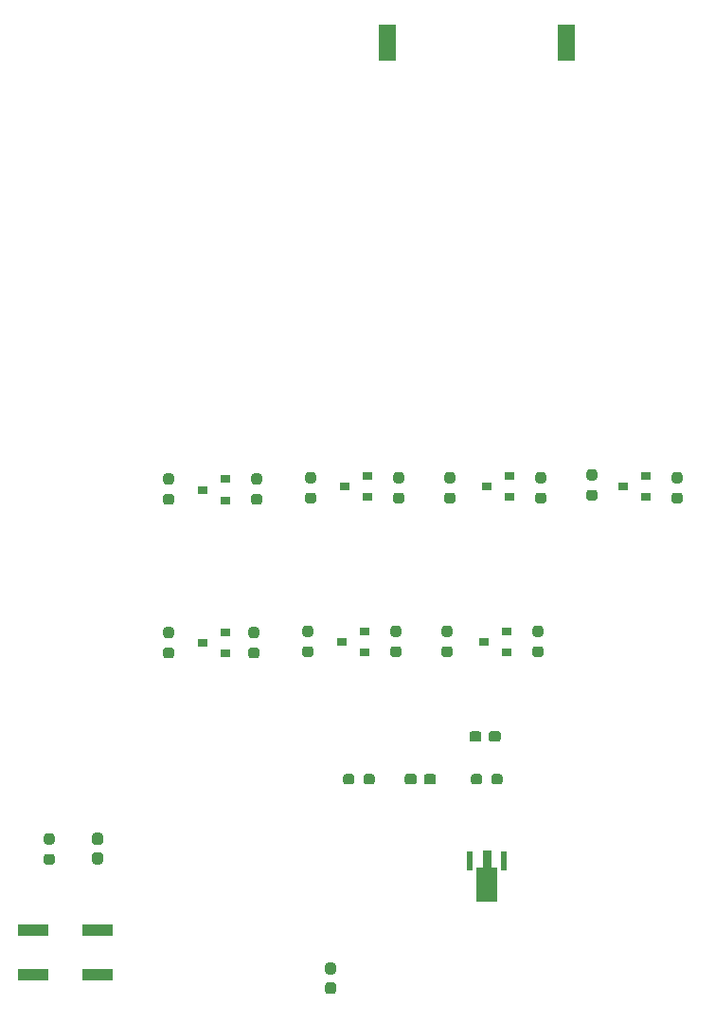
<source format=gbr>
%TF.GenerationSoftware,KiCad,Pcbnew,(5.1.10)-1*%
%TF.CreationDate,2021-06-24T19:27:42+08:00*%
%TF.ProjectId,hoperf_arduino,686f7065-7266-45f6-9172-6475696e6f2e,rev?*%
%TF.SameCoordinates,Original*%
%TF.FileFunction,Paste,Top*%
%TF.FilePolarity,Positive*%
%FSLAX46Y46*%
G04 Gerber Fmt 4.6, Leading zero omitted, Abs format (unit mm)*
G04 Created by KiCad (PCBNEW (5.1.10)-1) date 2021-06-24 19:27:42*
%MOMM*%
%LPD*%
G01*
G04 APERTURE LIST*
%ADD10C,0.100000*%
%ADD11R,0.580000X1.730000*%
%ADD12R,2.800000X1.000000*%
%ADD13R,0.900000X0.800000*%
%ADD14R,1.524000X3.302000*%
G04 APERTURE END LIST*
D10*
%TO.C,U1*%
G36*
X124763500Y-131080000D02*
G01*
X125350000Y-131080000D01*
X125350000Y-129580000D01*
X126110000Y-129580000D01*
X126110000Y-131080000D01*
X126696500Y-131080000D01*
X126696500Y-134109999D01*
X124763500Y-134109999D01*
X124763500Y-131080000D01*
G37*
D11*
X124230000Y-130445000D03*
X127230000Y-130445000D03*
%TD*%
D12*
%TO.C,SW1*%
X85132000Y-136652000D03*
X90932000Y-136652000D03*
X85132000Y-140652000D03*
X90932000Y-140652000D03*
%TD*%
%TO.C,R24*%
G36*
G01*
X126155000Y-123427500D02*
X126155000Y-122952500D01*
G75*
G02*
X126392500Y-122715000I237500J0D01*
G01*
X126892500Y-122715000D01*
G75*
G02*
X127130000Y-122952500I0J-237500D01*
G01*
X127130000Y-123427500D01*
G75*
G02*
X126892500Y-123665000I-237500J0D01*
G01*
X126392500Y-123665000D01*
G75*
G02*
X126155000Y-123427500I0J237500D01*
G01*
G37*
G36*
G01*
X124330000Y-123427500D02*
X124330000Y-122952500D01*
G75*
G02*
X124567500Y-122715000I237500J0D01*
G01*
X125067500Y-122715000D01*
G75*
G02*
X125305000Y-122952500I0J-237500D01*
G01*
X125305000Y-123427500D01*
G75*
G02*
X125067500Y-123665000I-237500J0D01*
G01*
X124567500Y-123665000D01*
G75*
G02*
X124330000Y-123427500I0J237500D01*
G01*
G37*
%TD*%
%TO.C,R15*%
G36*
G01*
X130539500Y-110469000D02*
X130064500Y-110469000D01*
G75*
G02*
X129827000Y-110231500I0J237500D01*
G01*
X129827000Y-109731500D01*
G75*
G02*
X130064500Y-109494000I237500J0D01*
G01*
X130539500Y-109494000D01*
G75*
G02*
X130777000Y-109731500I0J-237500D01*
G01*
X130777000Y-110231500D01*
G75*
G02*
X130539500Y-110469000I-237500J0D01*
G01*
G37*
G36*
G01*
X130539500Y-112294000D02*
X130064500Y-112294000D01*
G75*
G02*
X129827000Y-112056500I0J237500D01*
G01*
X129827000Y-111556500D01*
G75*
G02*
X130064500Y-111319000I237500J0D01*
G01*
X130539500Y-111319000D01*
G75*
G02*
X130777000Y-111556500I0J-237500D01*
G01*
X130777000Y-112056500D01*
G75*
G02*
X130539500Y-112294000I-237500J0D01*
G01*
G37*
%TD*%
%TO.C,R14*%
G36*
G01*
X122411500Y-110469000D02*
X121936500Y-110469000D01*
G75*
G02*
X121699000Y-110231500I0J237500D01*
G01*
X121699000Y-109731500D01*
G75*
G02*
X121936500Y-109494000I237500J0D01*
G01*
X122411500Y-109494000D01*
G75*
G02*
X122649000Y-109731500I0J-237500D01*
G01*
X122649000Y-110231500D01*
G75*
G02*
X122411500Y-110469000I-237500J0D01*
G01*
G37*
G36*
G01*
X122411500Y-112294000D02*
X121936500Y-112294000D01*
G75*
G02*
X121699000Y-112056500I0J237500D01*
G01*
X121699000Y-111556500D01*
G75*
G02*
X121936500Y-111319000I237500J0D01*
G01*
X122411500Y-111319000D01*
G75*
G02*
X122649000Y-111556500I0J-237500D01*
G01*
X122649000Y-112056500D01*
G75*
G02*
X122411500Y-112294000I-237500J0D01*
G01*
G37*
%TD*%
%TO.C,R13*%
G36*
G01*
X117839500Y-110469000D02*
X117364500Y-110469000D01*
G75*
G02*
X117127000Y-110231500I0J237500D01*
G01*
X117127000Y-109731500D01*
G75*
G02*
X117364500Y-109494000I237500J0D01*
G01*
X117839500Y-109494000D01*
G75*
G02*
X118077000Y-109731500I0J-237500D01*
G01*
X118077000Y-110231500D01*
G75*
G02*
X117839500Y-110469000I-237500J0D01*
G01*
G37*
G36*
G01*
X117839500Y-112294000D02*
X117364500Y-112294000D01*
G75*
G02*
X117127000Y-112056500I0J237500D01*
G01*
X117127000Y-111556500D01*
G75*
G02*
X117364500Y-111319000I237500J0D01*
G01*
X117839500Y-111319000D01*
G75*
G02*
X118077000Y-111556500I0J-237500D01*
G01*
X118077000Y-112056500D01*
G75*
G02*
X117839500Y-112294000I-237500J0D01*
G01*
G37*
%TD*%
%TO.C,R12*%
G36*
G01*
X109965500Y-110469000D02*
X109490500Y-110469000D01*
G75*
G02*
X109253000Y-110231500I0J237500D01*
G01*
X109253000Y-109731500D01*
G75*
G02*
X109490500Y-109494000I237500J0D01*
G01*
X109965500Y-109494000D01*
G75*
G02*
X110203000Y-109731500I0J-237500D01*
G01*
X110203000Y-110231500D01*
G75*
G02*
X109965500Y-110469000I-237500J0D01*
G01*
G37*
G36*
G01*
X109965500Y-112294000D02*
X109490500Y-112294000D01*
G75*
G02*
X109253000Y-112056500I0J237500D01*
G01*
X109253000Y-111556500D01*
G75*
G02*
X109490500Y-111319000I237500J0D01*
G01*
X109965500Y-111319000D01*
G75*
G02*
X110203000Y-111556500I0J-237500D01*
G01*
X110203000Y-112056500D01*
G75*
G02*
X109965500Y-112294000I-237500J0D01*
G01*
G37*
%TD*%
%TO.C,R11*%
G36*
G01*
X105139500Y-110573000D02*
X104664500Y-110573000D01*
G75*
G02*
X104427000Y-110335500I0J237500D01*
G01*
X104427000Y-109835500D01*
G75*
G02*
X104664500Y-109598000I237500J0D01*
G01*
X105139500Y-109598000D01*
G75*
G02*
X105377000Y-109835500I0J-237500D01*
G01*
X105377000Y-110335500D01*
G75*
G02*
X105139500Y-110573000I-237500J0D01*
G01*
G37*
G36*
G01*
X105139500Y-112398000D02*
X104664500Y-112398000D01*
G75*
G02*
X104427000Y-112160500I0J237500D01*
G01*
X104427000Y-111660500D01*
G75*
G02*
X104664500Y-111423000I237500J0D01*
G01*
X105139500Y-111423000D01*
G75*
G02*
X105377000Y-111660500I0J-237500D01*
G01*
X105377000Y-112160500D01*
G75*
G02*
X105139500Y-112398000I-237500J0D01*
G01*
G37*
%TD*%
%TO.C,R10*%
G36*
G01*
X97519500Y-110573000D02*
X97044500Y-110573000D01*
G75*
G02*
X96807000Y-110335500I0J237500D01*
G01*
X96807000Y-109835500D01*
G75*
G02*
X97044500Y-109598000I237500J0D01*
G01*
X97519500Y-109598000D01*
G75*
G02*
X97757000Y-109835500I0J-237500D01*
G01*
X97757000Y-110335500D01*
G75*
G02*
X97519500Y-110573000I-237500J0D01*
G01*
G37*
G36*
G01*
X97519500Y-112398000D02*
X97044500Y-112398000D01*
G75*
G02*
X96807000Y-112160500I0J237500D01*
G01*
X96807000Y-111660500D01*
G75*
G02*
X97044500Y-111423000I237500J0D01*
G01*
X97519500Y-111423000D01*
G75*
G02*
X97757000Y-111660500I0J-237500D01*
G01*
X97757000Y-112160500D01*
G75*
G02*
X97519500Y-112398000I-237500J0D01*
G01*
G37*
%TD*%
%TO.C,R9*%
G36*
G01*
X105393500Y-96857000D02*
X104918500Y-96857000D01*
G75*
G02*
X104681000Y-96619500I0J237500D01*
G01*
X104681000Y-96119500D01*
G75*
G02*
X104918500Y-95882000I237500J0D01*
G01*
X105393500Y-95882000D01*
G75*
G02*
X105631000Y-96119500I0J-237500D01*
G01*
X105631000Y-96619500D01*
G75*
G02*
X105393500Y-96857000I-237500J0D01*
G01*
G37*
G36*
G01*
X105393500Y-98682000D02*
X104918500Y-98682000D01*
G75*
G02*
X104681000Y-98444500I0J237500D01*
G01*
X104681000Y-97944500D01*
G75*
G02*
X104918500Y-97707000I237500J0D01*
G01*
X105393500Y-97707000D01*
G75*
G02*
X105631000Y-97944500I0J-237500D01*
G01*
X105631000Y-98444500D01*
G75*
G02*
X105393500Y-98682000I-237500J0D01*
G01*
G37*
%TD*%
%TO.C,R8*%
G36*
G01*
X97519500Y-96857000D02*
X97044500Y-96857000D01*
G75*
G02*
X96807000Y-96619500I0J237500D01*
G01*
X96807000Y-96119500D01*
G75*
G02*
X97044500Y-95882000I237500J0D01*
G01*
X97519500Y-95882000D01*
G75*
G02*
X97757000Y-96119500I0J-237500D01*
G01*
X97757000Y-96619500D01*
G75*
G02*
X97519500Y-96857000I-237500J0D01*
G01*
G37*
G36*
G01*
X97519500Y-98682000D02*
X97044500Y-98682000D01*
G75*
G02*
X96807000Y-98444500I0J237500D01*
G01*
X96807000Y-97944500D01*
G75*
G02*
X97044500Y-97707000I237500J0D01*
G01*
X97519500Y-97707000D01*
G75*
G02*
X97757000Y-97944500I0J-237500D01*
G01*
X97757000Y-98444500D01*
G75*
G02*
X97519500Y-98682000I-237500J0D01*
G01*
G37*
%TD*%
%TO.C,R7*%
G36*
G01*
X142985500Y-96753500D02*
X142510500Y-96753500D01*
G75*
G02*
X142273000Y-96516000I0J237500D01*
G01*
X142273000Y-96016000D01*
G75*
G02*
X142510500Y-95778500I237500J0D01*
G01*
X142985500Y-95778500D01*
G75*
G02*
X143223000Y-96016000I0J-237500D01*
G01*
X143223000Y-96516000D01*
G75*
G02*
X142985500Y-96753500I-237500J0D01*
G01*
G37*
G36*
G01*
X142985500Y-98578500D02*
X142510500Y-98578500D01*
G75*
G02*
X142273000Y-98341000I0J237500D01*
G01*
X142273000Y-97841000D01*
G75*
G02*
X142510500Y-97603500I237500J0D01*
G01*
X142985500Y-97603500D01*
G75*
G02*
X143223000Y-97841000I0J-237500D01*
G01*
X143223000Y-98341000D01*
G75*
G02*
X142985500Y-98578500I-237500J0D01*
G01*
G37*
%TD*%
%TO.C,R6*%
G36*
G01*
X135365500Y-96499500D02*
X134890500Y-96499500D01*
G75*
G02*
X134653000Y-96262000I0J237500D01*
G01*
X134653000Y-95762000D01*
G75*
G02*
X134890500Y-95524500I237500J0D01*
G01*
X135365500Y-95524500D01*
G75*
G02*
X135603000Y-95762000I0J-237500D01*
G01*
X135603000Y-96262000D01*
G75*
G02*
X135365500Y-96499500I-237500J0D01*
G01*
G37*
G36*
G01*
X135365500Y-98324500D02*
X134890500Y-98324500D01*
G75*
G02*
X134653000Y-98087000I0J237500D01*
G01*
X134653000Y-97587000D01*
G75*
G02*
X134890500Y-97349500I237500J0D01*
G01*
X135365500Y-97349500D01*
G75*
G02*
X135603000Y-97587000I0J-237500D01*
G01*
X135603000Y-98087000D01*
G75*
G02*
X135365500Y-98324500I-237500J0D01*
G01*
G37*
%TD*%
%TO.C,R5*%
G36*
G01*
X130793500Y-96753500D02*
X130318500Y-96753500D01*
G75*
G02*
X130081000Y-96516000I0J237500D01*
G01*
X130081000Y-96016000D01*
G75*
G02*
X130318500Y-95778500I237500J0D01*
G01*
X130793500Y-95778500D01*
G75*
G02*
X131031000Y-96016000I0J-237500D01*
G01*
X131031000Y-96516000D01*
G75*
G02*
X130793500Y-96753500I-237500J0D01*
G01*
G37*
G36*
G01*
X130793500Y-98578500D02*
X130318500Y-98578500D01*
G75*
G02*
X130081000Y-98341000I0J237500D01*
G01*
X130081000Y-97841000D01*
G75*
G02*
X130318500Y-97603500I237500J0D01*
G01*
X130793500Y-97603500D01*
G75*
G02*
X131031000Y-97841000I0J-237500D01*
G01*
X131031000Y-98341000D01*
G75*
G02*
X130793500Y-98578500I-237500J0D01*
G01*
G37*
%TD*%
%TO.C,R4*%
G36*
G01*
X122665500Y-96753500D02*
X122190500Y-96753500D01*
G75*
G02*
X121953000Y-96516000I0J237500D01*
G01*
X121953000Y-96016000D01*
G75*
G02*
X122190500Y-95778500I237500J0D01*
G01*
X122665500Y-95778500D01*
G75*
G02*
X122903000Y-96016000I0J-237500D01*
G01*
X122903000Y-96516000D01*
G75*
G02*
X122665500Y-96753500I-237500J0D01*
G01*
G37*
G36*
G01*
X122665500Y-98578500D02*
X122190500Y-98578500D01*
G75*
G02*
X121953000Y-98341000I0J237500D01*
G01*
X121953000Y-97841000D01*
G75*
G02*
X122190500Y-97603500I237500J0D01*
G01*
X122665500Y-97603500D01*
G75*
G02*
X122903000Y-97841000I0J-237500D01*
G01*
X122903000Y-98341000D01*
G75*
G02*
X122665500Y-98578500I-237500J0D01*
G01*
G37*
%TD*%
%TO.C,R3*%
G36*
G01*
X118093500Y-96753500D02*
X117618500Y-96753500D01*
G75*
G02*
X117381000Y-96516000I0J237500D01*
G01*
X117381000Y-96016000D01*
G75*
G02*
X117618500Y-95778500I237500J0D01*
G01*
X118093500Y-95778500D01*
G75*
G02*
X118331000Y-96016000I0J-237500D01*
G01*
X118331000Y-96516000D01*
G75*
G02*
X118093500Y-96753500I-237500J0D01*
G01*
G37*
G36*
G01*
X118093500Y-98578500D02*
X117618500Y-98578500D01*
G75*
G02*
X117381000Y-98341000I0J237500D01*
G01*
X117381000Y-97841000D01*
G75*
G02*
X117618500Y-97603500I237500J0D01*
G01*
X118093500Y-97603500D01*
G75*
G02*
X118331000Y-97841000I0J-237500D01*
G01*
X118331000Y-98341000D01*
G75*
G02*
X118093500Y-98578500I-237500J0D01*
G01*
G37*
%TD*%
%TO.C,R2*%
G36*
G01*
X110219500Y-96753500D02*
X109744500Y-96753500D01*
G75*
G02*
X109507000Y-96516000I0J237500D01*
G01*
X109507000Y-96016000D01*
G75*
G02*
X109744500Y-95778500I237500J0D01*
G01*
X110219500Y-95778500D01*
G75*
G02*
X110457000Y-96016000I0J-237500D01*
G01*
X110457000Y-96516000D01*
G75*
G02*
X110219500Y-96753500I-237500J0D01*
G01*
G37*
G36*
G01*
X110219500Y-98578500D02*
X109744500Y-98578500D01*
G75*
G02*
X109507000Y-98341000I0J237500D01*
G01*
X109507000Y-97841000D01*
G75*
G02*
X109744500Y-97603500I237500J0D01*
G01*
X110219500Y-97603500D01*
G75*
G02*
X110457000Y-97841000I0J-237500D01*
G01*
X110457000Y-98341000D01*
G75*
G02*
X110219500Y-98578500I-237500J0D01*
G01*
G37*
%TD*%
%TO.C,R1*%
G36*
G01*
X86851500Y-129011000D02*
X86376500Y-129011000D01*
G75*
G02*
X86139000Y-128773500I0J237500D01*
G01*
X86139000Y-128273500D01*
G75*
G02*
X86376500Y-128036000I237500J0D01*
G01*
X86851500Y-128036000D01*
G75*
G02*
X87089000Y-128273500I0J-237500D01*
G01*
X87089000Y-128773500D01*
G75*
G02*
X86851500Y-129011000I-237500J0D01*
G01*
G37*
G36*
G01*
X86851500Y-130836000D02*
X86376500Y-130836000D01*
G75*
G02*
X86139000Y-130598500I0J237500D01*
G01*
X86139000Y-130098500D01*
G75*
G02*
X86376500Y-129861000I237500J0D01*
G01*
X86851500Y-129861000D01*
G75*
G02*
X87089000Y-130098500I0J-237500D01*
G01*
X87089000Y-130598500D01*
G75*
G02*
X86851500Y-130836000I-237500J0D01*
G01*
G37*
%TD*%
%TO.C,FB1*%
G36*
G01*
X113875000Y-122952500D02*
X113875000Y-123427500D01*
G75*
G02*
X113637500Y-123665000I-237500J0D01*
G01*
X113137500Y-123665000D01*
G75*
G02*
X112900000Y-123427500I0J237500D01*
G01*
X112900000Y-122952500D01*
G75*
G02*
X113137500Y-122715000I237500J0D01*
G01*
X113637500Y-122715000D01*
G75*
G02*
X113875000Y-122952500I0J-237500D01*
G01*
G37*
G36*
G01*
X115700000Y-122952500D02*
X115700000Y-123427500D01*
G75*
G02*
X115462500Y-123665000I-237500J0D01*
G01*
X114962500Y-123665000D01*
G75*
G02*
X114725000Y-123427500I0J237500D01*
G01*
X114725000Y-122952500D01*
G75*
G02*
X114962500Y-122715000I237500J0D01*
G01*
X115462500Y-122715000D01*
G75*
G02*
X115700000Y-122952500I0J-237500D01*
G01*
G37*
%TD*%
%TO.C,D1*%
G36*
G01*
X111997500Y-140620000D02*
X111522500Y-140620000D01*
G75*
G02*
X111285000Y-140382500I0J237500D01*
G01*
X111285000Y-139807500D01*
G75*
G02*
X111522500Y-139570000I237500J0D01*
G01*
X111997500Y-139570000D01*
G75*
G02*
X112235000Y-139807500I0J-237500D01*
G01*
X112235000Y-140382500D01*
G75*
G02*
X111997500Y-140620000I-237500J0D01*
G01*
G37*
G36*
G01*
X111997500Y-142370000D02*
X111522500Y-142370000D01*
G75*
G02*
X111285000Y-142132500I0J237500D01*
G01*
X111285000Y-141557500D01*
G75*
G02*
X111522500Y-141320000I237500J0D01*
G01*
X111997500Y-141320000D01*
G75*
G02*
X112235000Y-141557500I0J-237500D01*
G01*
X112235000Y-142132500D01*
G75*
G02*
X111997500Y-142370000I-237500J0D01*
G01*
G37*
%TD*%
%TO.C,C3*%
G36*
G01*
X125251000Y-119142500D02*
X125251000Y-119617500D01*
G75*
G02*
X125013500Y-119855000I-237500J0D01*
G01*
X124413500Y-119855000D01*
G75*
G02*
X124176000Y-119617500I0J237500D01*
G01*
X124176000Y-119142500D01*
G75*
G02*
X124413500Y-118905000I237500J0D01*
G01*
X125013500Y-118905000D01*
G75*
G02*
X125251000Y-119142500I0J-237500D01*
G01*
G37*
G36*
G01*
X126976000Y-119142500D02*
X126976000Y-119617500D01*
G75*
G02*
X126738500Y-119855000I-237500J0D01*
G01*
X126138500Y-119855000D01*
G75*
G02*
X125901000Y-119617500I0J237500D01*
G01*
X125901000Y-119142500D01*
G75*
G02*
X126138500Y-118905000I237500J0D01*
G01*
X126738500Y-118905000D01*
G75*
G02*
X126976000Y-119142500I0J-237500D01*
G01*
G37*
%TD*%
%TO.C,C2*%
G36*
G01*
X120113000Y-123427500D02*
X120113000Y-122952500D01*
G75*
G02*
X120350500Y-122715000I237500J0D01*
G01*
X120950500Y-122715000D01*
G75*
G02*
X121188000Y-122952500I0J-237500D01*
G01*
X121188000Y-123427500D01*
G75*
G02*
X120950500Y-123665000I-237500J0D01*
G01*
X120350500Y-123665000D01*
G75*
G02*
X120113000Y-123427500I0J237500D01*
G01*
G37*
G36*
G01*
X118388000Y-123427500D02*
X118388000Y-122952500D01*
G75*
G02*
X118625500Y-122715000I237500J0D01*
G01*
X119225500Y-122715000D01*
G75*
G02*
X119463000Y-122952500I0J-237500D01*
G01*
X119463000Y-123427500D01*
G75*
G02*
X119225500Y-123665000I-237500J0D01*
G01*
X118625500Y-123665000D01*
G75*
G02*
X118388000Y-123427500I0J237500D01*
G01*
G37*
%TD*%
%TO.C,C1*%
G36*
G01*
X91169500Y-129061000D02*
X90694500Y-129061000D01*
G75*
G02*
X90457000Y-128823500I0J237500D01*
G01*
X90457000Y-128223500D01*
G75*
G02*
X90694500Y-127986000I237500J0D01*
G01*
X91169500Y-127986000D01*
G75*
G02*
X91407000Y-128223500I0J-237500D01*
G01*
X91407000Y-128823500D01*
G75*
G02*
X91169500Y-129061000I-237500J0D01*
G01*
G37*
G36*
G01*
X91169500Y-130786000D02*
X90694500Y-130786000D01*
G75*
G02*
X90457000Y-130548500I0J237500D01*
G01*
X90457000Y-129948500D01*
G75*
G02*
X90694500Y-129711000I237500J0D01*
G01*
X91169500Y-129711000D01*
G75*
G02*
X91407000Y-129948500I0J-237500D01*
G01*
X91407000Y-130548500D01*
G75*
G02*
X91169500Y-130786000I-237500J0D01*
G01*
G37*
%TD*%
D13*
%TO.C,Q7*%
X125492000Y-110932000D03*
X127492000Y-109982000D03*
X127492000Y-111882000D03*
%TD*%
%TO.C,Q6*%
X112792000Y-110932000D03*
X114792000Y-109982000D03*
X114792000Y-111882000D03*
%TD*%
%TO.C,Q5*%
X100346000Y-110998000D03*
X102346000Y-110048000D03*
X102346000Y-111948000D03*
%TD*%
%TO.C,Q4*%
X100362000Y-97348000D03*
X102362000Y-96398000D03*
X102362000Y-98298000D03*
%TD*%
%TO.C,Q3*%
X137954000Y-97028000D03*
X139954000Y-96078000D03*
X139954000Y-97978000D03*
%TD*%
%TO.C,Q2*%
X125746000Y-97028000D03*
X127746000Y-96078000D03*
X127746000Y-97978000D03*
%TD*%
%TO.C,Q1*%
X113046000Y-97028000D03*
X115046000Y-96078000D03*
X115046000Y-97978000D03*
%TD*%
D14*
%TO.C,E1*%
X132842000Y-57404000D03*
X116840000Y-57404000D03*
%TD*%
M02*

</source>
